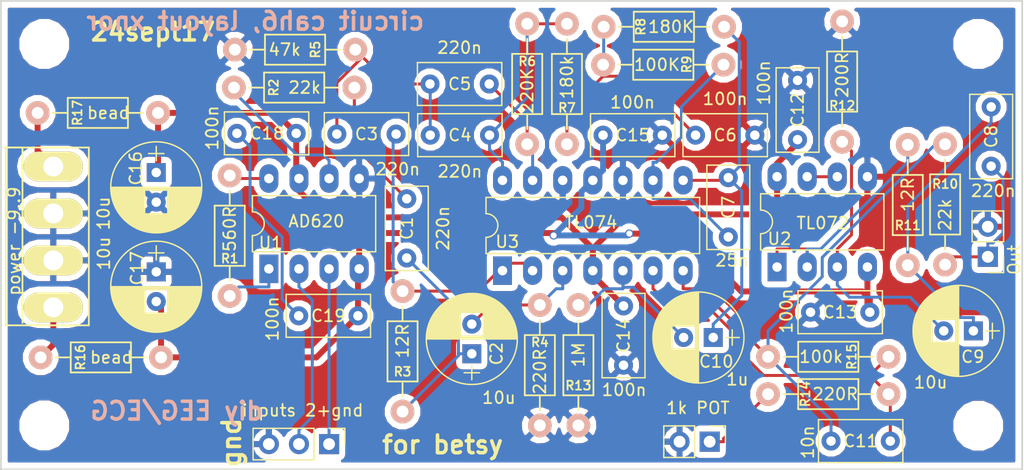
<source format=kicad_pcb>
(kicad_pcb (version 4) (host pcbnew 4.0.5-e0-6337~49~ubuntu16.04.1)
  (layers (0 F.Cu signal) (31 B.Cu signal) (34 B.Paste user) (35 F.Paste user) (36 B.SilkS user) (37 F.SilkS user) (38 B.Mask user) (39 F.Mask user) (44 Edge.Cuts user))
  (net 0 "")
  (net 1 "Net-(C1-Pad1)")
  (net 2 "Net-(C1-Pad2)")
  (net 3 "Net-(C2-Pad2)")
  (net 4 "Net-(C3-Pad1)")
  (net 5 "Net-(C3-Pad2)")
  (net 6 "Net-(C4-Pad2)")
  (net 7 "Net-(C5-Pad1)")
  (net 8 GND)
  (net 9 "Net-(C6-Pad2)")
  (net 10 "Net-(C7-Pad1)")
  (net 11 "Net-(C10-Pad1)")
  (net 12 "Net-(C8-Pad1)")
  (net 13 "Net-(C8-Pad2)")
  (net 14 "Net-(C9-Pad2)")
  (net 15 "Net-(C10-Pad2)")
  (net 16 "Net-(C11-Pad1)")
  (net 17 "Net-(C11-Pad2)")
  (net 18 VCC)
  (net 19 VEE)
  (net 20 "Net-(P1-Pad1)")
  (net 21 "Net-(P1-Pad2)")
  (net 22 "Net-(P2-Pad1)")
  (net 23 "Net-(P2-Pad4)")
  (net 24 "Net-(P4-Pad1)")
  (net 25 "Net-(R1-Pad1)")
  (net 26 "Net-(R1-Pad2)")
  (net 27 "Net-(R2-Pad2)")
  (net 28 "Net-(R11-Pad1)")
  (net 29 "Net-(C18-Pad1)")
  (net 30 "Net-(U2-Pad6)")
  (module Capacitors_ThroughHole:C_Rect_L7.0mm_W3.5mm_P5.00mm (layer F.Cu) (at 95.1992 86.2076 90)
    (fp_text reference C1 hide)
    (fp_text value 220n (at 2.5 3.06 90) (layer F.SilkS))
    (fp_text user %R (at 2.5 0 90) (layer F.SilkS))
    (pad 1 thru_hole circle (at 0 0 90) (size 1.6 1.6) (drill 0.8) (layers *.Cu *.Mask) (net 1 "Net-(C1-Pad1)"))
    (pad 2 thru_hole circle (at 5 0 90) (size 1.6 1.6) (drill 0.8) (layers *.Cu *.Mask) (net 2 "Net-(C1-Pad2)"))
  )
  (module Capacitors_ThroughHole:CP_Radial_D7.5mm_P2.50mm (layer F.Cu) (at 100.686 94.2848 90)
    (fp_text reference C2 (at 0 2.0828 90) (layer F.SilkS))
    (fp_text value 10u (at -3.7084 2.286 180) (layer F.SilkS))
    (pad 1 thru_hole rect (at 0 0 90) (size 1.6 1.6) (drill 0.8) (layers *.Cu *.Mask) (net 1 "Net-(C1-Pad1)"))
    (pad 2 thru_hole circle (at 2.5 0 90) (size 1.6 1.6) (drill 0.8) (layers *.Cu *.Mask) (net 3 "Net-(C2-Pad2)"))
  )
  (module Capacitors_ThroughHole:C_Rect_L7.0mm_W3.5mm_P5.00mm (layer F.Cu) (at 89.3014 75.753)
    (fp_text reference C3 hide)
    (fp_text value 220n (at 5.135799 2.9616) (layer F.SilkS))
    (fp_text user %R (at 2.5 0) (layer F.SilkS))
    (pad 1 thru_hole circle (at 0 0) (size 1.6 1.6) (drill 0.8) (layers *.Cu *.Mask) (net 4 "Net-(C3-Pad1)"))
    (pad 2 thru_hole circle (at 5 0) (size 1.6 1.6) (drill 0.8) (layers *.Cu *.Mask) (net 5 "Net-(C3-Pad2)"))
  )
  (module Capacitors_ThroughHole:C_Rect_L7.0mm_W3.5mm_P5.00mm (layer F.Cu) (at 97.1804 75.8444)
    (fp_text reference C4 hide)
    (fp_text value 220n (at 2.5 3.06) (layer F.SilkS))
    (fp_text user %R (at 2.5 0) (layer F.SilkS))
    (pad 1 thru_hole circle (at 0 0) (size 1.6 1.6) (drill 0.8) (layers *.Cu *.Mask) (net 4 "Net-(C3-Pad1)"))
    (pad 2 thru_hole circle (at 5 0) (size 1.6 1.6) (drill 0.8) (layers *.Cu *.Mask) (net 6 "Net-(C4-Pad2)"))
  )
  (module Capacitors_ThroughHole:C_Rect_L7.0mm_W3.5mm_P5.00mm (layer F.Cu) (at 102.159 71.5264 180)
    (fp_text reference C5 hide)
    (fp_text value 220n (at 2.5 3.06 180) (layer F.SilkS))
    (fp_text user %R (at 2.5 0 180) (layer F.SilkS))
    (pad 1 thru_hole circle (at 0 0 180) (size 1.6 1.6) (drill 0.8) (layers *.Cu *.Mask) (net 7 "Net-(C5-Pad1)"))
    (pad 2 thru_hole circle (at 5 0 180) (size 1.6 1.6) (drill 0.8) (layers *.Cu *.Mask) (net 4 "Net-(C3-Pad1)"))
  )
  (module Capacitors_ThroughHole:C_Rect_L7.0mm_W3.5mm_P5.00mm (layer F.Cu) (at 124.562 75.8444 180)
    (fp_text reference C6 hide)
    (fp_text value 100n (at 2.5 3.06 180) (layer F.SilkS))
    (fp_text user %R (at 2.5 0 180) (layer F.SilkS))
    (pad 1 thru_hole circle (at 0 0 180) (size 1.6 1.6) (drill 0.8) (layers *.Cu *.Mask) (net 8 GND))
    (pad 2 thru_hole circle (at 5 0 180) (size 1.6 1.6) (drill 0.8) (layers *.Cu *.Mask) (net 9 "Net-(C6-Pad2)"))
  )
  (module Capacitors_ThroughHole:C_Rect_L7.0mm_W3.5mm_P5.00mm (layer F.Cu) (at 122.326 84.4296 90)
    (fp_text reference C7 hide)
    (fp_text value 25n (at -1.9812 0.3048 180) (layer F.SilkS))
    (fp_text user %R (at 2.5 0 90) (layer F.SilkS))
    (pad 1 thru_hole circle (at 0 0 90) (size 1.6 1.6) (drill 0.8) (layers *.Cu *.Mask) (net 10 "Net-(C7-Pad1)"))
    (pad 2 thru_hole circle (at 5 0 90) (size 1.6 1.6) (drill 0.8) (layers *.Cu *.Mask) (net 11 "Net-(C10-Pad1)"))
  )
  (module Capacitors_ThroughHole:C_Rect_L7.0mm_W3.5mm_P5.00mm (layer F.Cu) (at 144.501 78.4606 90)
    (fp_text reference C8 hide)
    (fp_text value 220n (at -2.0828 0.1778 180) (layer F.SilkS))
    (fp_text user %R (at 2.5 0 90) (layer F.SilkS))
    (pad 1 thru_hole circle (at 0 0 90) (size 1.6 1.6) (drill 0.8) (layers *.Cu *.Mask) (net 12 "Net-(C8-Pad1)"))
    (pad 2 thru_hole circle (at 5 0 90) (size 1.6 1.6) (drill 0.8) (layers *.Cu *.Mask) (net 13 "Net-(C8-Pad2)"))
  )
  (module Capacitors_ThroughHole:CP_Radial_D7.5mm_P2.50mm (layer F.Cu) (at 143.002 92.3544 180)
    (fp_text reference C9 (at 0.0508 -2.1844 180) (layer F.SilkS))
    (fp_text value 10u (at 3.6068 -4.3434 360) (layer F.SilkS))
    (pad 1 thru_hole rect (at 0 0 180) (size 1.6 1.6) (drill 0.8) (layers *.Cu *.Mask) (net 13 "Net-(C8-Pad2)"))
    (pad 2 thru_hole circle (at 2.5 0 180) (size 1.6 1.6) (drill 0.8) (layers *.Cu *.Mask) (net 14 "Net-(C9-Pad2)"))
  )
  (module Capacitors_ThroughHole:CP_Radial_D7.5mm_P2.50mm (layer F.Cu) (at 121.056 92.9132 180)
    (fp_text reference C10 (at -0.254 -2.032 180) (layer F.SilkS))
    (fp_text value 1u (at -2.032 -3.5306 360) (layer F.SilkS))
    (pad 1 thru_hole rect (at 0 0 180) (size 1.6 1.6) (drill 0.8) (layers *.Cu *.Mask) (net 11 "Net-(C10-Pad1)"))
    (pad 2 thru_hole circle (at 2.5 0 180) (size 1.6 1.6) (drill 0.8) (layers *.Cu *.Mask) (net 15 "Net-(C10-Pad2)"))
  )
  (module Capacitors_ThroughHole:C_Rect_L7.0mm_W3.5mm_P5.00mm (layer F.Cu) (at 135.992 101.651 180)
    (fp_text reference C11 hide)
    (fp_text value 10n (at 6.9596 -0.1016 270) (layer F.SilkS))
    (fp_text user %R (at 2.5 0 180) (layer F.SilkS))
    (pad 1 thru_hole circle (at 0 0 180) (size 1.6 1.6) (drill 0.8) (layers *.Cu *.Mask) (net 16 "Net-(C11-Pad1)"))
    (pad 2 thru_hole circle (at 5 0 180) (size 1.6 1.6) (drill 0.8) (layers *.Cu *.Mask) (net 17 "Net-(C11-Pad2)"))
  )
  (module Capacitors_ThroughHole:C_Rect_L7.0mm_W3.5mm_P5.00mm (layer F.Cu) (at 128.168 71.2216 270)
    (fp_text reference C12 hide)
    (fp_text value 100n (at 0.2032 2.8448 270) (layer F.SilkS))
    (fp_text user %R (at 2.5 0 270) (layer F.SilkS))
    (pad 1 thru_hole circle (at 0 0 270) (size 1.6 1.6) (drill 0.8) (layers *.Cu *.Mask) (net 8 GND))
    (pad 2 thru_hole circle (at 5 0 270) (size 1.6 1.6) (drill 0.8) (layers *.Cu *.Mask) (net 18 VCC))
  )
  (module Capacitors_ThroughHole:C_Rect_L7.0mm_W3.5mm_P5.00mm (layer F.Cu) (at 134.264 90.7796 180)
    (fp_text reference C13 hide)
    (fp_text value 100n (at 7.0358 0.1016 270) (layer F.SilkS))
    (fp_text user %R (at 2.5 0 180) (layer F.SilkS))
    (pad 1 thru_hole circle (at 0 0 180) (size 1.6 1.6) (drill 0.8) (layers *.Cu *.Mask) (net 19 VEE))
    (pad 2 thru_hole circle (at 5 0 180) (size 1.6 1.6) (drill 0.8) (layers *.Cu *.Mask) (net 8 GND))
  )
  (module Capacitors_ThroughHole:C_Rect_L7.0mm_W3.5mm_P5.00mm (layer F.Cu) (at 113.487 95.25 90)
    (fp_text reference C14 hide)
    (fp_text value 100n (at -2.0828 0.0508 180) (layer F.SilkS))
    (fp_text user %R (at 2.5 0 90) (layer F.SilkS))
    (pad 1 thru_hole circle (at 0 0 90) (size 1.6 1.6) (drill 0.8) (layers *.Cu *.Mask) (net 8 GND))
    (pad 2 thru_hole circle (at 5 0 90) (size 1.6 1.6) (drill 0.8) (layers *.Cu *.Mask) (net 18 VCC))
  )
  (module Capacitors_ThroughHole:C_Rect_L7.0mm_W3.5mm_P5.00mm (layer F.Cu) (at 111.76 75.8444)
    (fp_text reference C15 hide)
    (fp_text value 100n (at 2.4892 -2.7686) (layer F.SilkS))
    (fp_text user %R (at 2.5 0) (layer F.SilkS))
    (pad 1 thru_hole circle (at 0 0) (size 1.6 1.6) (drill 0.8) (layers *.Cu *.Mask) (net 19 VEE))
    (pad 2 thru_hole circle (at 5 0) (size 1.6 1.6) (drill 0.8) (layers *.Cu *.Mask) (net 8 GND))
  )
  (module Capacitors_ThroughHole:CP_Radial_D7.5mm_P2.50mm (layer F.Cu) (at 74.0664 78.994 270)
    (fp_text reference C16 (at -0.3556 1.7272 270) (layer F.SilkS))
    (fp_text value 10u (at 3.4544 4.445 450) (layer F.SilkS))
    (pad 1 thru_hole rect (at 0 0 270) (size 1.6 1.6) (drill 0.8) (layers *.Cu *.Mask) (net 18 VCC))
    (pad 2 thru_hole circle (at 2.5 0 270) (size 1.6 1.6) (drill 0.8) (layers *.Cu *.Mask) (net 8 GND))
  )
  (module Capacitors_ThroughHole:CP_Radial_D7.5mm_P2.50mm (layer F.Cu) (at 74.0664 87.376 270)
    (fp_text reference C17 (at -0.3048 1.6256 270) (layer F.SilkS))
    (fp_text value 10u (at -1.5494 4.4196 450) (layer F.SilkS))
    (pad 1 thru_hole rect (at 0 0 270) (size 1.6 1.6) (drill 0.8) (layers *.Cu *.Mask) (net 8 GND))
    (pad 2 thru_hole circle (at 2.5 0 270) (size 1.6 1.6) (drill 0.8) (layers *.Cu *.Mask) (net 19 VEE))
  )
  (module mta-156:MTA-156-4 (layer F.Cu) (at 65.3796 78.486)
    (fp_text reference P2 hide)
    (fp_text value "power -9..9" (at -3.302 6.2992 90) (layer F.SilkS))
    (pad 1 thru_hole oval (at 0 0) (size 5 2.5) (drill 1.68) (layers *.Cu *.Mask F.SilkS) (net 22 "Net-(P2-Pad1)"))
    (pad 2 thru_hole oval (at 0 3.96) (size 5 2.5) (drill 1.68) (layers *.Cu *.Mask F.SilkS) (net 8 GND))
    (pad 3 thru_hole oval (at 0 7.92) (size 5 2.5) (drill 1.68) (layers *.Cu *.Mask F.SilkS) (net 8 GND))
    (pad 4 thru_hole oval (at 0 11.88) (size 5 2.5) (drill 1.68) (layers *.Cu *.Mask F.SilkS) (net 23 "Net-(P2-Pad4)"))
  )
  (module xnorman:Resistor_Horizontal_RM10mm-xnorman (layer F.Cu) (at 80.264 79.248 270)
    (fp_text reference R1 (at 7.0104 0 360) (layer F.SilkS) (effects (font (size 0.75 0.75))))
    (fp_text value 560R (at 4.4958 0 270) (layer F.SilkS))
    (pad 1 thru_hole circle (at 0 0 270) (size 1.99898 1.99898) (drill 1.00076) (layers *.Cu *.SilkS *.Mask) (net 25 "Net-(R1-Pad1)"))
    (pad 2 thru_hole circle (at 10.16 0 270) (size 1.99898 1.99898) (drill 1.00076) (layers *.Cu *.SilkS *.Mask) (net 26 "Net-(R1-Pad2)"))
  )
  (module xnorman:Resistor_Horizontal_RM10mm-xnorman (layer F.Cu) (at 90.7796 71.8312 180)
    (fp_text reference R2 (at 6.8 0 270) (layer F.SilkS) (effects (font (size 0.75 0.75))))
    (fp_text value 22k (at 4.2 0 180) (layer F.SilkS))
    (pad 1 thru_hole circle (at 0 0 180) (size 1.99898 1.99898) (drill 1.00076) (layers *.Cu *.SilkS *.Mask) (net 2 "Net-(C1-Pad2)"))
    (pad 2 thru_hole circle (at 10.16 0 180) (size 1.99898 1.99898) (drill 1.00076) (layers *.Cu *.SilkS *.Mask) (net 27 "Net-(R2-Pad2)"))
  )
  (module xnorman:Resistor_Horizontal_RM10mm-xnorman (layer F.Cu) (at 94.8436 89.0016 270)
    (fp_text reference R3 (at 6.8 0 360) (layer F.SilkS) (effects (font (size 0.75 0.75))))
    (fp_text value 12R (at 4.2 0 270) (layer F.SilkS))
    (pad 1 thru_hole circle (at 0 0 270) (size 1.99898 1.99898) (drill 1.00076) (layers *.Cu *.SilkS *.Mask) (net 5 "Net-(C3-Pad2)"))
    (pad 2 thru_hole circle (at 10.16 0 270) (size 1.99898 1.99898) (drill 1.00076) (layers *.Cu *.SilkS *.Mask) (net 1 "Net-(C1-Pad1)"))
  )
  (module xnorman:Resistor_Horizontal_RM10mm-xnorman (layer F.Cu) (at 106.426 100.33 90)
    (fp_text reference R4 (at 7.0104 0 180) (layer F.SilkS) (effects (font (size 0.75 0.75))))
    (fp_text value 220R (at 4.5466 0 90) (layer F.SilkS))
    (pad 1 thru_hole circle (at 0 0 90) (size 1.99898 1.99898) (drill 1.00076) (layers *.Cu *.SilkS *.Mask) (net 8 GND))
    (pad 2 thru_hole circle (at 10.16 0 90) (size 1.99898 1.99898) (drill 1.00076) (layers *.Cu *.SilkS *.Mask) (net 3 "Net-(C2-Pad2)"))
  )
  (module xnorman:Resistor_Horizontal_RM10mm-xnorman (layer F.Cu) (at 80.6958 68.6308)
    (fp_text reference R5 (at 6.8 0 90) (layer F.SilkS) (effects (font (size 0.75 0.75))))
    (fp_text value 47k (at 4.2 0) (layer F.SilkS))
    (pad 1 thru_hole circle (at 0 0) (size 1.99898 1.99898) (drill 1.00076) (layers *.Cu *.SilkS *.Mask) (net 8 GND))
    (pad 2 thru_hole circle (at 10.16 0) (size 1.99898 1.99898) (drill 1.00076) (layers *.Cu *.SilkS *.Mask) (net 4 "Net-(C3-Pad1)"))
  )
  (module xnorman:Resistor_Horizontal_RM10mm-xnorman (layer F.Cu) (at 105.359 76.6064 90)
    (fp_text reference R6 (at 6.985 0 180) (layer F.SilkS) (effects (font (size 0.75 0.75))))
    (fp_text value 220K (at 4.4958 0 90) (layer F.SilkS))
    (pad 1 thru_hole circle (at 0 0 90) (size 1.99898 1.99898) (drill 1.00076) (layers *.Cu *.SilkS *.Mask) (net 7 "Net-(C5-Pad1)"))
    (pad 2 thru_hole circle (at 10.16 0 90) (size 1.99898 1.99898) (drill 1.00076) (layers *.Cu *.SilkS *.Mask) (net 6 "Net-(C4-Pad2)"))
  )
  (module xnorman:Resistor_Horizontal_RM10mm-xnorman (layer F.Cu) (at 108.712 66.4464 270)
    (fp_text reference R7 (at 7.0866 0 360) (layer F.SilkS) (effects (font (size 0.75 0.75))))
    (fp_text value 180k (at 4.5212 0 270) (layer F.SilkS))
    (pad 1 thru_hole circle (at 0 0 270) (size 1.99898 1.99898) (drill 1.00076) (layers *.Cu *.SilkS *.Mask) (net 6 "Net-(C4-Pad2)"))
    (pad 2 thru_hole circle (at 10.16 0 270) (size 1.99898 1.99898) (drill 1.00076) (layers *.Cu *.SilkS *.Mask) (net 9 "Net-(C6-Pad2)"))
  )
  (module xnorman:Resistor_Horizontal_RM10mm-xnorman (layer F.Cu) (at 121.971 66.7004 180)
    (fp_text reference R8 (at 7.0358 0 270) (layer F.SilkS) (effects (font (size 0.75 0.75))))
    (fp_text value 180K (at 4.4704 0 180) (layer F.SilkS))
    (pad 1 thru_hole circle (at 0 0 180) (size 1.99898 1.99898) (drill 1.00076) (layers *.Cu *.SilkS *.Mask) (net 11 "Net-(C10-Pad1)"))
    (pad 2 thru_hole circle (at 10.16 0 180) (size 1.99898 1.99898) (drill 1.00076) (layers *.Cu *.SilkS *.Mask) (net 9 "Net-(C6-Pad2)"))
  )
  (module xnorman:Resistor_Horizontal_RM10mm-xnorman (layer F.Cu) (at 111.76 69.9008)
    (fp_text reference R9 (at 7.0612 -0.0254 90) (layer F.SilkS) (effects (font (size 0.75 0.75))))
    (fp_text value 100K (at 4.5466 0) (layer F.SilkS))
    (pad 1 thru_hole circle (at 0 0) (size 1.99898 1.99898) (drill 1.00076) (layers *.Cu *.SilkS *.Mask) (net 9 "Net-(C6-Pad2)"))
    (pad 2 thru_hole circle (at 10.16 0) (size 1.99898 1.99898) (drill 1.00076) (layers *.Cu *.SilkS *.Mask) (net 10 "Net-(C7-Pad1)"))
  )
  (module xnorman:Resistor_Horizontal_RM10mm-xnorman (layer F.Cu) (at 140.614 86.7664 90)
    (fp_text reference R10 (at 6.8 0 180) (layer F.SilkS) (effects (font (size 0.75 0.75))))
    (fp_text value 22k (at 4.2 0 90) (layer F.SilkS))
    (pad 1 thru_hole circle (at 0 0 90) (size 1.99898 1.99898) (drill 1.00076) (layers *.Cu *.SilkS *.Mask) (net 12 "Net-(C8-Pad1)"))
    (pad 2 thru_hole circle (at 10.16 0 90) (size 1.99898 1.99898) (drill 1.00076) (layers *.Cu *.SilkS *.Mask) (net 17 "Net-(C11-Pad2)"))
  )
  (module xnorman:Resistor_Horizontal_RM10mm-xnorman (layer F.Cu) (at 137.465 76.6572 270)
    (fp_text reference R11 (at 6.8 0 360) (layer F.SilkS) (effects (font (size 0.75 0.75))))
    (fp_text value 12R (at 4.2 0 270) (layer F.SilkS))
    (pad 1 thru_hole circle (at 0 0 270) (size 1.99898 1.99898) (drill 1.00076) (layers *.Cu *.SilkS *.Mask) (net 28 "Net-(R11-Pad1)"))
    (pad 2 thru_hole circle (at 10.16 0 270) (size 1.99898 1.99898) (drill 1.00076) (layers *.Cu *.SilkS *.Mask) (net 13 "Net-(C8-Pad2)"))
  )
  (module xnorman:Resistor_Horizontal_RM10mm-xnorman (layer F.Cu) (at 131.928 66.2432 270)
    (fp_text reference R12 (at 7.112 0 360) (layer F.SilkS) (effects (font (size 0.75 0.75))))
    (fp_text value 200R (at 4.5212 0 270) (layer F.SilkS))
    (pad 1 thru_hole circle (at 0 0 270) (size 1.99898 1.99898) (drill 1.00076) (layers *.Cu *.SilkS *.Mask) (net 8 GND))
    (pad 2 thru_hole circle (at 10.16 0 270) (size 1.99898 1.99898) (drill 1.00076) (layers *.Cu *.SilkS *.Mask) (net 14 "Net-(C9-Pad2)"))
  )
  (module xnorman:Resistor_Horizontal_RM10mm-xnorman (layer F.Cu) (at 109.677 90.17 270)
    (fp_text reference R13 (at 6.8 0 360) (layer F.SilkS) (effects (font (size 0.75 0.75))))
    (fp_text value 1M (at 4.2 0 270) (layer F.SilkS))
    (pad 1 thru_hole circle (at 0 0 270) (size 1.99898 1.99898) (drill 1.00076) (layers *.Cu *.SilkS *.Mask) (net 15 "Net-(C10-Pad2)"))
    (pad 2 thru_hole circle (at 10.16 0 270) (size 1.99898 1.99898) (drill 1.00076) (layers *.Cu *.SilkS *.Mask) (net 8 GND))
  )
  (module xnorman:Resistor_Horizontal_RM10mm-xnorman (layer F.Cu) (at 135.839 97.6884 180)
    (fp_text reference R14 (at 7.0104 0 270) (layer F.SilkS) (effects (font (size 0.75 0.75))))
    (fp_text value 220R (at 4.4958 0 180) (layer F.SilkS))
    (pad 1 thru_hole circle (at 0 0 180) (size 1.99898 1.99898) (drill 1.00076) (layers *.Cu *.SilkS *.Mask) (net 16 "Net-(C11-Pad1)"))
    (pad 2 thru_hole circle (at 10.16 0 180) (size 1.99898 1.99898) (drill 1.00076) (layers *.Cu *.SilkS *.Mask) (net 24 "Net-(P4-Pad1)"))
  )
  (module xnorman:Resistor_Horizontal_RM10mm-xnorman (layer F.Cu) (at 125.679 94.5388)
    (fp_text reference R15 (at 7.0612 0 90) (layer F.SilkS) (effects (font (size 0.75 0.75))))
    (fp_text value 100k (at 4.4704 0) (layer F.SilkS))
    (pad 1 thru_hole circle (at 0 0) (size 1.99898 1.99898) (drill 1.00076) (layers *.Cu *.SilkS *.Mask) (net 17 "Net-(C11-Pad2)"))
    (pad 2 thru_hole circle (at 10.16 0) (size 1.99898 1.99898) (drill 1.00076) (layers *.Cu *.SilkS *.Mask) (net 16 "Net-(C11-Pad1)"))
  )
  (module xnorman:Resistor_Horizontal_RM10mm-xnorman (layer F.Cu) (at 74.4728 94.5896 180)
    (fp_text reference R16 (at 6.8 0 270) (layer F.SilkS) (effects (font (size 0.75 0.75))))
    (fp_text value bead (at 4.2 0 180) (layer F.SilkS))
    (pad 1 thru_hole circle (at 0 0 180) (size 1.99898 1.99898) (drill 1.00076) (layers *.Cu *.SilkS *.Mask) (net 19 VEE))
    (pad 2 thru_hole circle (at 10.16 0 180) (size 1.99898 1.99898) (drill 1.00076) (layers *.Cu *.SilkS *.Mask) (net 23 "Net-(P2-Pad4)"))
  )
  (module xnorman:Resistor_Horizontal_RM10mm-xnorman (layer F.Cu) (at 74.2188 73.9648 180)
    (fp_text reference R17 (at 6.8 0 270) (layer F.SilkS) (effects (font (size 0.75 0.75))))
    (fp_text value bead (at 4.2 0 180) (layer F.SilkS))
    (pad 1 thru_hole circle (at 0 0 180) (size 1.99898 1.99898) (drill 1.00076) (layers *.Cu *.SilkS *.Mask) (net 18 VCC))
    (pad 2 thru_hole circle (at 10.16 0 180) (size 1.99898 1.99898) (drill 1.00076) (layers *.Cu *.SilkS *.Mask) (net 22 "Net-(P2-Pad1)"))
  )
  (module Housings_DIP:DIP-8_W7.62mm_LongPads (layer F.Cu) (at 83.566 87.122 90)
    (fp_text reference U1 hide)
    (fp_text value AD620 (at 4.0132 4.0132 180) (layer F.SilkS))
    (fp_text user %R (at 2.1844 0.1524 180) (layer F.SilkS))
    (pad 1 thru_hole rect (at 0 0 90) (size 2.4 1.6) (drill 0.8) (layers *.Cu *.Mask) (net 26 "Net-(R1-Pad2)"))
    (pad 5 thru_hole oval (at 7.62 7.62 90) (size 2.4 1.6) (drill 0.8) (layers *.Cu *.Mask) (net 8 GND))
    (pad 2 thru_hole oval (at 0 2.54 90) (size 2.4 1.6) (drill 0.8) (layers *.Cu *.Mask) (net 21 "Net-(P1-Pad2)"))
    (pad 6 thru_hole oval (at 7.62 5.08 90) (size 2.4 1.6) (drill 0.8) (layers *.Cu *.Mask) (net 27 "Net-(R2-Pad2)"))
    (pad 3 thru_hole oval (at 0 5.08 90) (size 2.4 1.6) (drill 0.8) (layers *.Cu *.Mask) (net 20 "Net-(P1-Pad1)"))
    (pad 7 thru_hole oval (at 7.62 2.54 90) (size 2.4 1.6) (drill 0.8) (layers *.Cu *.Mask) (net 18 VCC))
    (pad 4 thru_hole oval (at 0 7.62 90) (size 2.4 1.6) (drill 0.8) (layers *.Cu *.Mask) (net 19 VEE))
    (pad 8 thru_hole oval (at 7.62 0 90) (size 2.4 1.6) (drill 0.8) (layers *.Cu *.Mask) (net 25 "Net-(R1-Pad1)"))
  )
  (module Housings_DIP:DIP-8_W7.62mm_LongPads (layer F.Cu) (at 126.441 86.9696 90)
    (fp_text reference U2 (at 2.3876 0.2032 180) (layer F.SilkS))
    (fp_text value TL072 (at 3.7084 3.8608 180) (layer F.SilkS))
    (pad 1 thru_hole rect (at 0 0 90) (size 2.4 1.6) (drill 0.8) (layers *.Cu *.Mask) (net 28 "Net-(R11-Pad1)"))
    (pad 5 thru_hole oval (at 7.62 7.62 90) (size 2.4 1.6) (drill 0.8) (layers *.Cu *.Mask) (net 8 GND))
    (pad 2 thru_hole oval (at 0 2.54 90) (size 2.4 1.6) (drill 0.8) (layers *.Cu *.Mask) (net 28 "Net-(R11-Pad1)"))
    (pad 6 thru_hole oval (at 7.62 5.08 90) (size 2.4 1.6) (drill 0.8) (layers *.Cu *.Mask) (net 30 "Net-(U2-Pad6)"))
    (pad 3 thru_hole oval (at 0 5.08 90) (size 2.4 1.6) (drill 0.8) (layers *.Cu *.Mask) (net 14 "Net-(C9-Pad2)"))
    (pad 7 thru_hole oval (at 7.62 2.54 90) (size 2.4 1.6) (drill 0.8) (layers *.Cu *.Mask) (net 30 "Net-(U2-Pad6)"))
    (pad 4 thru_hole oval (at 0 7.62 90) (size 2.4 1.6) (drill 0.8) (layers *.Cu *.Mask) (net 19 VEE))
    (pad 8 thru_hole oval (at 7.62 0 90) (size 2.4 1.6) (drill 0.8) (layers *.Cu *.Mask) (net 18 VCC))
  )
  (module Housings_DIP:DIP-14_W7.62mm_LongPads (layer F.Cu) (at 103.276 87.2744 90)
    (fp_text reference U3 (at 2.4384 0.4064 180) (layer F.SilkS))
    (fp_text value TL074 (at 4.064 7.4676 180) (layer F.SilkS))
    (pad 1 thru_hole rect (at 0 0 90) (size 2.4 1.6) (drill 0.8) (layers *.Cu *.Mask) (net 5 "Net-(C3-Pad2)"))
    (pad 8 thru_hole oval (at 7.62 15.24 90) (size 2.4 1.6) (drill 0.8) (layers *.Cu *.Mask) (net 11 "Net-(C10-Pad1)"))
    (pad 2 thru_hole oval (at 0 2.54 90) (size 2.4 1.6) (drill 0.8) (layers *.Cu *.Mask) (net 5 "Net-(C3-Pad2)"))
    (pad 9 thru_hole oval (at 7.62 12.7 90) (size 2.4 1.6) (drill 0.8) (layers *.Cu *.Mask) (net 10 "Net-(C7-Pad1)"))
    (pad 3 thru_hole oval (at 0 5.08 90) (size 2.4 1.6) (drill 0.8) (layers *.Cu *.Mask) (net 3 "Net-(C2-Pad2)"))
    (pad 10 thru_hole oval (at 7.62 10.16 90) (size 2.4 1.6) (drill 0.8) (layers *.Cu *.Mask) (net 8 GND))
    (pad 4 thru_hole oval (at 0 7.62 90) (size 2.4 1.6) (drill 0.8) (layers *.Cu *.Mask) (net 18 VCC))
    (pad 11 thru_hole oval (at 7.62 7.62 90) (size 2.4 1.6) (drill 0.8) (layers *.Cu *.Mask) (net 19 VEE))
    (pad 5 thru_hole oval (at 0 10.16 90) (size 2.4 1.6) (drill 0.8) (layers *.Cu *.Mask) (net 15 "Net-(C10-Pad2)"))
    (pad 12 thru_hole oval (at 7.62 5.08 90) (size 2.4 1.6) (drill 0.8) (layers *.Cu *.Mask) (net 8 GND))
    (pad 6 thru_hole oval (at 0 12.7 90) (size 2.4 1.6) (drill 0.8) (layers *.Cu *.Mask) (net 16 "Net-(C11-Pad1)"))
    (pad 13 thru_hole oval (at 7.62 2.54 90) (size 2.4 1.6) (drill 0.8) (layers *.Cu *.Mask) (net 7 "Net-(C5-Pad1)"))
    (pad 7 thru_hole oval (at 0 15.24 90) (size 2.4 1.6) (drill 0.8) (layers *.Cu *.Mask) (net 17 "Net-(C11-Pad2)"))
    (pad 14 thru_hole oval (at 7.62 0 90) (size 2.4 1.6) (drill 0.8) (layers *.Cu *.Mask) (net 6 "Net-(C4-Pad2)"))
  )
  (module Pin_Headers:Pin_Header_Straight_1x03_Pitch2.54mm (layer F.Cu) (at 88.646 101.905 270)
    (fp_text reference P1 hide)
    (fp_text value "inputs 2+gnd" (at -2.8448 2.2352 360) (layer F.SilkS))
    (pad 1 thru_hole rect (at 0 0 270) (size 1.7 1.7) (drill 1) (layers *.Cu *.Mask) (net 20 "Net-(P1-Pad1)"))
    (pad 2 thru_hole oval (at 0 2.54 270) (size 1.7 1.7) (drill 1) (layers *.Cu *.Mask) (net 21 "Net-(P1-Pad2)"))
    (pad 3 thru_hole oval (at 0 5.08 270) (size 1.7 1.7) (drill 1) (layers *.Cu *.Mask) (net 8 GND))
  )
  (module Pin_Headers:Pin_Header_Straight_1x02_Pitch2.54mm (layer F.Cu) (at 144.221 86.106 180)
    (fp_text reference P3 hide)
    (fp_text value Out (at -2.2098 -0.254 270) (layer F.SilkS))
    (pad 1 thru_hole rect (at 0 0 180) (size 1.7 1.7) (drill 1) (layers *.Cu *.Mask) (net 12 "Net-(C8-Pad1)"))
    (pad 2 thru_hole oval (at 0 2.54 180) (size 1.7 1.7) (drill 1) (layers *.Cu *.Mask) (net 8 GND))
  )
  (module Pin_Headers:Pin_Header_Straight_1x02_Pitch2.54mm (layer F.Cu) (at 120.752 101.702 270)
    (fp_text reference P4 hide)
    (fp_text value "1k POT" (at -2.8448 0.9906 360) (layer F.SilkS))
    (pad 1 thru_hole rect (at 0 0 270) (size 1.7 1.7) (drill 1) (layers *.Cu *.Mask) (net 24 "Net-(P4-Pad1)"))
    (pad 2 thru_hole oval (at 0 2.54 270) (size 1.7 1.7) (drill 1) (layers *.Cu *.Mask) (net 8 GND))
  )
  (module Capacitors_ThroughHole:C_Rect_L7.0mm_W3.5mm_P5.00mm (layer F.Cu) (at 80.8736 75.692)
    (fp_text reference C18 (at 2.54 0) (layer F.SilkS))
    (fp_text value 100n (at -2.0828 -0.4572 90) (layer F.SilkS))
    (pad 1 thru_hole circle (at 0 0) (size 1.6 1.6) (drill 0.8) (layers *.Cu *.Mask) (net 29 "Net-(C18-Pad1)"))
    (pad 2 thru_hole circle (at 5 0) (size 1.6 1.6) (drill 0.8) (layers *.Cu *.Mask) (net 18 VCC))
  )
  (module Capacitors_ThroughHole:C_Rect_L7.0mm_W3.5mm_P5.00mm (layer F.Cu) (at 91.0844 91.0844 180)
    (fp_text reference C19 hide)
    (fp_text value 100n (at 7.2136 -0.254 270) (layer F.SilkS))
    (fp_text user %R (at 2.5 0 180) (layer F.SilkS))
    (pad 1 thru_hole circle (at 0 0 180) (size 1.6 1.6) (drill 0.8) (layers *.Cu *.Mask) (net 19 VEE))
    (pad 2 thru_hole circle (at 5 0 180) (size 1.6 1.6) (drill 0.8) (layers *.Cu *.Mask) (net 29 "Net-(C18-Pad1)"))
  )
  (module Mounting_Holes:MountingHole_3.2mm_M3 (layer F.Cu) (at 64.6176 68.1482)
    (fp_text reference REF1 hide)
    (fp_text value MountingHole_3.2mm_M3 hide)
    (pad 1 np_thru_hole circle (at 0 0) (size 3.2 3.2) (drill 3.2) (layers *.Cu *.Mask))
  )
  (module Mounting_Holes:MountingHole_3.2mm_M3 (layer F.Cu) (at 64.6176 100.33)
    (fp_text reference REF4 hide)
    (fp_text value MountingHole_3.2mm_M3 hide)
    (pad 1 np_thru_hole circle (at 0 0) (size 3.2 3.2) (drill 3.2) (layers *.Cu *.Mask))
  )
  (module Mounting_Holes:MountingHole_3.2mm_M3 (layer F.Cu) (at 143.408 100.355)
    (fp_text reference REF3 hide)
    (fp_text value MountingHole_3.2mm_M3 hide)
    (pad 1 np_thru_hole circle (at 0 0) (size 3.2 3.2) (drill 3.2) (layers *.Cu *.Mask))
  )
  (module Mounting_Holes:MountingHole_3.2mm_M3 (layer F.Cu) (at 143.408 68.1482)
    (fp_text reference REF2 hide)
    (fp_text value MountingHole_3.2mm_M3 hide)
    (pad 1 np_thru_hole circle (at 0 0) (size 3.2 3.2) (drill 3.2) (layers *.Cu *.Mask))
  )
  (gr_text "circuit cah6, layout xnor" (at 82.423 66.2178) (layer B.SilkS) (effects (font (size 1.5 1.5) (thickness 0.3)) (justify mirror)))
  (gr_text "diy EEG/ECG" (at 75.7936 99.1108) (layer B.SilkS) (effects (font (size 1.5 1.5) (thickness 0.3)) (justify mirror)))
  (gr_text "for betsy" (at 98.2218 101.9556) (layer F.SilkS) (effects (font (size 1.5 1.5) (thickness 0.3))))
  (gr_text 24sept17 (at 73.787 67.1322) (layer F.SilkS) (effects (font (size 1.5 1.5) (thickness 0.3))))
  (gr_text gnd (at 80.4164 101.7778 90) (layer F.SilkS) (effects (font (size 1.5 1.5) (thickness 0.3))))
  (gr_line (start 60.96 104.0384) (end 60.96 64.516) (angle 90) (layer Edge.Cuts) (width 0.15))
  (gr_line (start 147.1168 104.0384) (end 60.96 104.0384) (angle 90) (layer Edge.Cuts) (width 0.15))
  (gr_line (start 147.1168 64.516) (end 147.1168 104.0384) (angle 90) (layer Edge.Cuts) (width 0.15))
  (gr_line (start 60.96 64.516) (end 147.1168 64.516) (angle 90) (layer Edge.Cuts) (width 0.15))
  (segment (start 100.686 94.2848) (end 99.6733 94.2848) (width 0.25) (layer B.Cu) (net 1))
  (segment (start 99.5606 94.4446) (end 99.5606 94.2848) (width 0.25) (layer B.Cu) (net 1))
  (segment (start 94.8436 99.1616) (end 99.5606 94.4446) (width 0.25) (layer B.Cu) (net 1))
  (segment (start 99.6733 94.2848) (end 99.5606 94.2848) (width 0.25) (layer B.Cu) (net 1))
  (segment (start 99.5606 90.569) (end 95.1992 86.2076) (width 0.25) (layer B.Cu) (net 1))
  (segment (start 99.5606 94.2848) (end 99.5606 90.569) (width 0.25) (layer B.Cu) (net 1))
  (segment (start 90.7796 76.788) (end 95.1992 81.2076) (width 0.25) (layer F.Cu) (net 2))
  (segment (start 90.7796 71.8312) (end 90.7796 76.788) (width 0.25) (layer F.Cu) (net 2))
  (segment (start 107.7963 88.7997) (end 106.426 90.17) (width 0.25) (layer B.Cu) (net 3))
  (segment (start 108.356 88.7997) (end 107.7963 88.7997) (width 0.25) (layer B.Cu) (net 3))
  (segment (start 108.356 87.2744) (end 108.356 88.7997) (width 0.25) (layer B.Cu) (net 3))
  (segment (start 102.3008 90.17) (end 100.686 91.7848) (width 0.25) (layer F.Cu) (net 3))
  (segment (start 106.426 90.17) (end 102.3008 90.17) (width 0.25) (layer F.Cu) (net 3))
  (segment (start 97.1804 71.5478) (end 97.159 71.5264) (width 0.25) (layer B.Cu) (net 4))
  (segment (start 97.1804 75.8444) (end 97.1804 71.5478) (width 0.25) (layer B.Cu) (net 4))
  (segment (start 89.3014 71.4182) (end 89.3014 75.753) (width 0.25) (layer F.Cu) (net 4))
  (segment (start 91.4723 69.2473) (end 89.3014 71.4182) (width 0.25) (layer F.Cu) (net 4))
  (segment (start 90.8558 68.6308) (end 91.4723 69.2473) (width 0.25) (layer F.Cu) (net 4))
  (segment (start 93.7514 71.5264) (end 97.159 71.5264) (width 0.25) (layer F.Cu) (net 4))
  (segment (start 91.4723 69.2473) (end 93.7514 71.5264) (width 0.25) (layer F.Cu) (net 4))
  (segment (start 94.05 76.0044) (end 94.3014 75.753) (width 0.25) (layer B.Cu) (net 5))
  (segment (start 94.05 88.208) (end 94.05 76.0044) (width 0.25) (layer B.Cu) (net 5))
  (segment (start 94.8436 89.0016) (end 94.05 88.208) (width 0.25) (layer B.Cu) (net 5))
  (segment (start 105.1878 86.6461) (end 103.276 86.6461) (width 0.25) (layer F.Cu) (net 5))
  (segment (start 105.1878 86.6462) (end 105.1878 86.6461) (width 0.25) (layer F.Cu) (net 5))
  (segment (start 105.816 87.2744) (end 105.1878 86.6462) (width 0.25) (layer F.Cu) (net 5))
  (segment (start 103.276 87.2744) (end 103.276 86.9602) (width 0.25) (layer F.Cu) (net 5))
  (segment (start 103.276 86.9602) (end 103.276 86.6461) (width 0.25) (layer F.Cu) (net 5))
  (segment (start 101.2346 89.0016) (end 94.8436 89.0016) (width 0.25) (layer F.Cu) (net 5))
  (segment (start 103.276 86.9602) (end 101.2346 89.0016) (width 0.25) (layer F.Cu) (net 5))
  (segment (start 108.712 66.4464) (end 105.359 66.4464) (width 0.25) (layer F.Cu) (net 6))
  (segment (start 105.359 72.6658) (end 102.1804 75.8444) (width 0.25) (layer B.Cu) (net 6))
  (segment (start 105.359 66.4464) (end 105.359 72.6658) (width 0.25) (layer B.Cu) (net 6))
  (segment (start 102.1804 77.0335) (end 102.1804 75.8444) (width 0.25) (layer B.Cu) (net 6))
  (segment (start 103.276 78.1291) (end 102.1804 77.0335) (width 0.25) (layer B.Cu) (net 6))
  (segment (start 103.276 79.6544) (end 103.276 78.1291) (width 0.25) (layer B.Cu) (net 6))
  (segment (start 105.359 74.7264) (end 102.159 71.5264) (width 0.25) (layer F.Cu) (net 7))
  (segment (start 105.359 76.6064) (end 105.359 74.7264) (width 0.25) (layer F.Cu) (net 7))
  (segment (start 105.816 77.0634) (end 105.359 76.6064) (width 0.25) (layer B.Cu) (net 7))
  (segment (start 105.816 79.6544) (end 105.816 77.0634) (width 0.25) (layer B.Cu) (net 7))
  (segment (start 111.811 69.8498) (end 111.76 69.9008) (width 0.25) (layer B.Cu) (net 9))
  (segment (start 111.811 66.7004) (end 111.811 69.8498) (width 0.25) (layer B.Cu) (net 9))
  (segment (start 111.76 70.8732) (end 111.76 69.9008) (width 0.25) (layer F.Cu) (net 9))
  (segment (start 108.712 73.9212) (end 111.76 70.8732) (width 0.25) (layer F.Cu) (net 9))
  (segment (start 108.712 76.6064) (end 108.712 73.9212) (width 0.25) (layer F.Cu) (net 9))
  (segment (start 114.5908 70.8732) (end 119.562 75.8444) (width 0.25) (layer F.Cu) (net 9))
  (segment (start 111.76 70.8732) (end 114.5908 70.8732) (width 0.25) (layer F.Cu) (net 9))
  (segment (start 119.0761 81.1797) (end 122.326 84.4296) (width 0.25) (layer B.Cu) (net 10))
  (segment (start 115.976 81.1797) (end 119.0761 81.1797) (width 0.25) (layer B.Cu) (net 10))
  (segment (start 115.976 79.6544) (end 115.976 81.1797) (width 0.25) (layer B.Cu) (net 10))
  (segment (start 116.262 78.1291) (end 115.976 78.1291) (width 0.25) (layer B.Cu) (net 10))
  (segment (start 118.3704 76.0207) (end 116.262 78.1291) (width 0.25) (layer B.Cu) (net 10))
  (segment (start 118.3704 73.4504) (end 118.3704 76.0207) (width 0.25) (layer B.Cu) (net 10))
  (segment (start 121.92 69.9008) (end 118.3704 73.4504) (width 0.25) (layer B.Cu) (net 10))
  (segment (start 115.976 79.6544) (end 115.976 78.1291) (width 0.25) (layer B.Cu) (net 10))
  (segment (start 122.1012 79.6544) (end 122.326 79.4296) (width 0.25) (layer F.Cu) (net 11))
  (segment (start 118.516 79.6544) (end 122.1012 79.6544) (width 0.25) (layer F.Cu) (net 11))
  (segment (start 123.2525 78.5031) (end 122.326 79.4296) (width 0.25) (layer B.Cu) (net 11))
  (segment (start 123.2525 67.9819) (end 123.2525 78.5031) (width 0.25) (layer B.Cu) (net 11))
  (segment (start 121.971 66.7004) (end 123.2525 67.9819) (width 0.25) (layer B.Cu) (net 11))
  (segment (start 121.056 92.9132) (end 121.056 91.7879) (width 0.25) (layer B.Cu) (net 11))
  (segment (start 123.459 89.3849) (end 121.056 91.7879) (width 0.25) (layer B.Cu) (net 11))
  (segment (start 123.459 80.5626) (end 123.459 89.3849) (width 0.25) (layer B.Cu) (net 11))
  (segment (start 122.326 79.4296) (end 123.459 80.5626) (width 0.25) (layer B.Cu) (net 11))
  (segment (start 145.4989 79.4585) (end 144.501 78.4606) (width 0.25) (layer B.Cu) (net 12))
  (segment (start 145.4989 84.0935) (end 145.4989 79.4585) (width 0.25) (layer B.Cu) (net 12))
  (segment (start 144.6617 84.9307) (end 145.4989 84.0935) (width 0.25) (layer B.Cu) (net 12))
  (segment (start 144.221 84.9307) (end 144.6617 84.9307) (width 0.25) (layer B.Cu) (net 12))
  (segment (start 144.221 86.106) (end 144.221 84.9307) (width 0.25) (layer B.Cu) (net 12))
  (segment (start 141.2744 86.106) (end 140.614 86.7664) (width 0.25) (layer F.Cu) (net 12))
  (segment (start 144.221 86.106) (end 141.2744 86.106) (width 0.25) (layer F.Cu) (net 12))
  (segment (start 143.002 92.3544) (end 143.002 91.2291) (width 0.25) (layer B.Cu) (net 13))
  (segment (start 141.8769 91.2291) (end 137.465 86.8172) (width 0.25) (layer B.Cu) (net 13))
  (segment (start 143.002 91.2291) (end 141.8769 91.2291) (width 0.25) (layer B.Cu) (net 13))
  (segment (start 144.501 74.7731) (end 144.501 73.4606) (width 0.25) (layer B.Cu) (net 13))
  (segment (start 137.465 81.8091) (end 144.501 74.7731) (width 0.25) (layer B.Cu) (net 13))
  (segment (start 137.465 86.8172) (end 137.465 81.8091) (width 0.25) (layer B.Cu) (net 13))
  (segment (start 137.663 89.5154) (end 140.502 92.3544) (width 0.25) (layer B.Cu) (net 14))
  (segment (start 132.5415 89.5154) (end 137.663 89.5154) (width 0.25) (layer B.Cu) (net 14))
  (segment (start 131.521 88.4949) (end 132.5415 89.5154) (width 0.25) (layer B.Cu) (net 14))
  (segment (start 131.521 86.9696) (end 131.521 88.4949) (width 0.25) (layer B.Cu) (net 14))
  (segment (start 132.7202 84.2451) (end 131.521 85.4443) (width 0.25) (layer F.Cu) (net 14))
  (segment (start 132.7202 77.1954) (end 132.7202 84.2451) (width 0.25) (layer F.Cu) (net 14))
  (segment (start 131.928 76.4032) (end 132.7202 77.1954) (width 0.25) (layer F.Cu) (net 14))
  (segment (start 131.521 86.9696) (end 131.521 85.4443) (width 0.25) (layer F.Cu) (net 14))
  (segment (start 110.5404 90.17) (end 109.677 90.17) (width 0.25) (layer B.Cu) (net 15))
  (segment (start 111.9107 88.7997) (end 110.5404 90.17) (width 0.25) (layer B.Cu) (net 15))
  (segment (start 113.436 88.7997) (end 111.9107 88.7997) (width 0.25) (layer B.Cu) (net 15))
  (segment (start 113.436 87.2744) (end 113.436 88.6795) (width 0.25) (layer B.Cu) (net 15))
  (segment (start 113.436 88.6795) (end 113.436 88.7997) (width 0.25) (layer B.Cu) (net 15))
  (segment (start 114.3223 88.6795) (end 118.556 92.9132) (width 0.25) (layer B.Cu) (net 15))
  (segment (start 113.436 88.6795) (end 114.3223 88.6795) (width 0.25) (layer B.Cu) (net 15))
  (segment (start 135.992 97.8414) (end 135.992 101.651) (width 0.25) (layer F.Cu) (net 16))
  (segment (start 135.839 97.6884) (end 135.992 97.8414) (width 0.25) (layer F.Cu) (net 16))
  (segment (start 115.976 87.2744) (end 115.976 88.7997) (width 0.25) (layer F.Cu) (net 16))
  (segment (start 135.839 94.5388) (end 134.2642 96.1136) (width 0.25) (layer F.Cu) (net 16))
  (segment (start 125.3095 96.1136) (end 134.2642 96.1136) (width 0.25) (layer F.Cu) (net 16))
  (segment (start 123.1909 93.995) (end 125.3095 96.1136) (width 0.25) (layer F.Cu) (net 16))
  (segment (start 123.1909 92.9292) (end 123.1909 93.995) (width 0.25) (layer F.Cu) (net 16))
  (segment (start 120.6213 90.3596) (end 123.1909 92.9292) (width 0.25) (layer F.Cu) (net 16))
  (segment (start 117.5359 90.3596) (end 120.6213 90.3596) (width 0.25) (layer F.Cu) (net 16))
  (segment (start 115.976 88.7997) (end 117.5359 90.3596) (width 0.25) (layer F.Cu) (net 16))
  (segment (start 134.2642 96.1136) (end 135.839 97.6884) (width 0.25) (layer F.Cu) (net 16))
  (segment (start 130.992 99.8518) (end 125.679 94.5388) (width 0.25) (layer B.Cu) (net 17))
  (segment (start 130.992 101.651) (end 130.992 99.8518) (width 0.25) (layer B.Cu) (net 17))
  (segment (start 125.679 92.3499) (end 125.679 94.5388) (width 0.25) (layer B.Cu) (net 17))
  (segment (start 130.251 87.7779) (end 125.679 92.3499) (width 0.25) (layer B.Cu) (net 17))
  (segment (start 130.251 86.1556) (end 130.251 87.7779) (width 0.25) (layer B.Cu) (net 17))
  (segment (start 139.8002 76.6064) (end 130.251 86.1556) (width 0.25) (layer B.Cu) (net 17))
  (segment (start 140.614 76.6064) (end 139.8002 76.6064) (width 0.25) (layer B.Cu) (net 17))
  (segment (start 119.9399 88.7997) (end 125.679 94.5388) (width 0.25) (layer F.Cu) (net 17))
  (segment (start 118.516 88.7997) (end 119.9399 88.7997) (width 0.25) (layer F.Cu) (net 17))
  (segment (start 118.516 87.2744) (end 118.516 88.7997) (width 0.25) (layer F.Cu) (net 17))
  (segment (start 85.8736 79.2696) (end 86.106 79.502) (width 0.5) (layer F.Cu) (net 18))
  (segment (start 85.8736 75.692) (end 85.8736 79.2696) (width 0.5) (layer F.Cu) (net 18))
  (segment (start 84.1464 73.9648) (end 85.8736 75.692) (width 0.5) (layer F.Cu) (net 18))
  (segment (start 74.2188 73.9648) (end 84.1464 73.9648) (width 0.5) (layer F.Cu) (net 18))
  (segment (start 74.2188 78.8416) (end 74.0664 78.994) (width 0.5) (layer F.Cu) (net 18))
  (segment (start 74.2188 73.9648) (end 74.2188 78.8416) (width 0.5) (layer F.Cu) (net 18))
  (segment (start 108.255 82.7786) (end 110.896 85.4202) (width 0.5) (layer F.Cu) (net 18))
  (segment (start 88.3412 82.7786) (end 108.255 82.7786) (width 0.5) (layer F.Cu) (net 18))
  (segment (start 86.106 80.5434) (end 88.3412 82.7786) (width 0.5) (layer F.Cu) (net 18))
  (segment (start 86.106 79.502) (end 86.106 80.5434) (width 0.5) (layer F.Cu) (net 18))
  (segment (start 110.896 85.4202) (end 110.896 87.2744) (width 0.5) (layer F.Cu) (net 18))
  (segment (start 110.896 85.4202) (end 110.896 87.2744) (width 0.5) (layer F.Cu) (net 18))
  (segment (start 110.896 87.6592) (end 113.487 90.25) (width 0.5) (layer F.Cu) (net 18))
  (segment (start 110.896 87.2744) (end 110.896 87.6592) (width 0.5) (layer F.Cu) (net 18))
  (segment (start 126.441 78.232) (end 126.441 79.3496) (width 0.5) (layer F.Cu) (net 18))
  (segment (start 128.168 76.5048) (end 126.441 78.232) (width 0.5) (layer F.Cu) (net 18))
  (segment (start 128.168 76.2216) (end 128.168 76.5048) (width 0.5) (layer F.Cu) (net 18))
  (segment (start 113.792 82.5246) (end 110.896 85.4202) (width 0.5) (layer F.Cu) (net 18))
  (segment (start 125.679 82.5246) (end 113.792 82.5246) (width 0.5) (layer F.Cu) (net 18))
  (segment (start 126.441 81.7626) (end 125.679 82.5246) (width 0.5) (layer F.Cu) (net 18))
  (segment (start 126.441 79.3496) (end 126.441 81.7626) (width 0.5) (layer F.Cu) (net 18))
  (via (at 113.97 84.1502) (size 0.7) (drill 0.5) (layers F.Cu B.Cu) (net 19))
  (via (at 107.594 84.3026) (size 0.7) (drill 0.5) (layers F.Cu B.Cu) (net 19))
  (segment (start 134.264 89.662) (end 134.061 89.459) (width 0.5) (layer F.Cu) (net 19))
  (segment (start 134.264 90.7796) (end 134.264 89.662) (width 0.5) (layer F.Cu) (net 19))
  (segment (start 113.817 84.3026) (end 107.594 84.3026) (width 0.5) (layer B.Cu) (net 19))
  (segment (start 113.97 84.1502) (end 113.817 84.3026) (width 0.5) (layer B.Cu) (net 19))
  (segment (start 118.542 84.1502) (end 113.97 84.1502) (width 0.5) (layer F.Cu) (net 19))
  (segment (start 123.419 89.027) (end 118.542 84.1502) (width 0.5) (layer F.Cu) (net 19))
  (segment (start 133.629 89.027) (end 123.419 89.027) (width 0.5) (layer F.Cu) (net 19))
  (segment (start 134.061 89.459) (end 133.629 89.027) (width 0.5) (layer F.Cu) (net 19))
  (segment (start 107.594 84.2518) (end 107.594 84.3026) (width 0.5) (layer F.Cu) (net 19))
  (segment (start 107.747 84.0994) (end 107.594 84.2518) (width 0.5) (layer F.Cu) (net 19))
  (segment (start 91.4908 84.0994) (end 107.747 84.0994) (width 0.5) (layer F.Cu) (net 19))
  (segment (start 91.186 84.4042) (end 91.4908 84.0994) (width 0.5) (layer F.Cu) (net 19))
  (segment (start 91.186 87.122) (end 91.186 84.4042) (width 0.5) (layer F.Cu) (net 19))
  (segment (start 91.0844 87.2236) (end 91.186 87.122) (width 0.5) (layer F.Cu) (net 19))
  (segment (start 91.0844 91.0844) (end 91.0844 87.2236) (width 0.5) (layer F.Cu) (net 19))
  (segment (start 87.5792 94.5896) (end 91.0844 91.0844) (width 0.5) (layer F.Cu) (net 19))
  (segment (start 74.4728 94.5896) (end 87.5792 94.5896) (width 0.5) (layer F.Cu) (net 19))
  (segment (start 74.4728 90.2824) (end 74.0664 89.876) (width 0.5) (layer F.Cu) (net 19))
  (segment (start 74.4728 94.5896) (end 74.4728 90.2824) (width 0.5) (layer F.Cu) (net 19))
  (segment (start 134.061 86.9696) (end 134.061 89.459) (width 0.5) (layer F.Cu) (net 19))
  (segment (start 134.061 90.5764) (end 134.264 90.7796) (width 0.5) (layer F.Cu) (net 19))
  (segment (start 134.061 89.459) (end 134.061 90.5764) (width 0.5) (layer F.Cu) (net 19))
  (segment (start 109.931 80.6196) (end 110.8455 79.7052) (width 0.5) (layer B.Cu) (net 19))
  (segment (start 109.931 81.9658) (end 109.931 80.6196) (width 0.5) (layer B.Cu) (net 19))
  (segment (start 107.594 84.3026) (end 109.931 81.9658) (width 0.5) (layer B.Cu) (net 19))
  (segment (start 111.76 78.7908) (end 111.76 75.8444) (width 0.5) (layer B.Cu) (net 19))
  (segment (start 110.8455 79.7052) (end 111.76 78.7908) (width 0.5) (layer B.Cu) (net 19))
  (segment (start 110.896 79.6547) (end 110.896 79.6544) (width 0.4) (layer B.Cu) (net 19))
  (segment (start 110.8455 79.7052) (end 110.896 79.6547) (width 0.4) (layer B.Cu) (net 19))
  (segment (start 88.646 101.905) (end 88.646 87.122) (width 0.25) (layer B.Cu) (net 20))
  (segment (start 87.2294 89.7707) (end 86.106 88.6473) (width 0.25) (layer B.Cu) (net 21))
  (segment (start 87.2294 99.6063) (end 87.2294 89.7707) (width 0.25) (layer B.Cu) (net 21))
  (segment (start 86.106 100.7297) (end 87.2294 99.6063) (width 0.25) (layer B.Cu) (net 21))
  (segment (start 86.106 101.905) (end 86.106 100.7297) (width 0.25) (layer B.Cu) (net 21))
  (segment (start 86.106 87.122) (end 86.106 88.6473) (width 0.25) (layer B.Cu) (net 21))
  (segment (start 64.0588 77.1652) (end 65.3796 78.486) (width 0.5) (layer F.Cu) (net 22))
  (segment (start 64.0588 73.9648) (end 64.0588 77.1652) (width 0.5) (layer F.Cu) (net 22))
  (segment (start 65.3796 93.5228) (end 64.3128 94.5896) (width 0.5) (layer F.Cu) (net 23))
  (segment (start 65.3796 90.366) (end 65.3796 93.5228) (width 0.5) (layer F.Cu) (net 23))
  (segment (start 121.9273 101.4401) (end 125.679 97.6884) (width 0.25) (layer F.Cu) (net 24))
  (segment (start 121.9273 101.702) (end 121.9273 101.4401) (width 0.25) (layer F.Cu) (net 24))
  (segment (start 120.752 101.702) (end 121.9273 101.702) (width 0.25) (layer F.Cu) (net 24))
  (segment (start 80.518 79.502) (end 80.264 79.248) (width 0.25) (layer F.Cu) (net 25))
  (segment (start 83.566 79.502) (end 80.518 79.502) (width 0.25) (layer F.Cu) (net 25))
  (segment (start 81.0247 88.6473) (end 80.264 89.408) (width 0.25) (layer B.Cu) (net 26))
  (segment (start 83.566 88.6473) (end 81.0247 88.6473) (width 0.25) (layer B.Cu) (net 26))
  (segment (start 83.566 87.122) (end 83.566 88.6473) (width 0.25) (layer B.Cu) (net 26))
  (segment (start 80.6196 72.1945) (end 80.6196 71.8312) (width 0.25) (layer B.Cu) (net 27))
  (segment (start 85.9383 77.5132) (end 80.6196 72.1945) (width 0.25) (layer B.Cu) (net 27))
  (segment (start 88.1825 77.5132) (end 85.9383 77.5132) (width 0.25) (layer B.Cu) (net 27))
  (segment (start 88.646 77.9767) (end 88.1825 77.5132) (width 0.25) (layer B.Cu) (net 27))
  (segment (start 88.646 79.502) (end 88.646 77.9767) (width 0.25) (layer B.Cu) (net 27))
  (segment (start 128.981 85.4443) (end 126.441 85.4443) (width 0.25) (layer F.Cu) (net 28))
  (segment (start 126.441 86.9696) (end 126.441 85.4443) (width 0.25) (layer F.Cu) (net 28))
  (segment (start 128.981 86.9696) (end 128.981 85.4443) (width 0.25) (layer F.Cu) (net 28))
  (segment (start 137.465 78.1043) (end 137.465 76.6572) (width 0.25) (layer B.Cu) (net 28))
  (segment (start 130.125 85.4443) (end 137.465 78.1043) (width 0.25) (layer B.Cu) (net 28))
  (segment (start 128.981 85.4443) (end 130.125 85.4443) (width 0.25) (layer B.Cu) (net 28))
  (segment (start 128.981 86.9696) (end 128.981 85.4443) (width 0.25) (layer B.Cu) (net 28))
  (segment (start 81.9831 76.8015) (end 80.8736 75.692) (width 0.25) (layer B.Cu) (net 29))
  (segment (start 81.9831 81.7415) (end 81.9831 76.8015) (width 0.25) (layer B.Cu) (net 29))
  (segment (start 84.6914 84.4498) (end 81.9831 81.7415) (width 0.25) (layer B.Cu) (net 29))
  (segment (start 84.6914 89.6914) (end 84.6914 84.4498) (width 0.25) (layer B.Cu) (net 29))
  (segment (start 86.0844 91.0844) (end 84.6914 89.6914) (width 0.25) (layer B.Cu) (net 29))
  (segment (start 128.981 79.3496) (end 131.521 79.3496) (width 0.25) (layer F.Cu) (net 30))
  (zone (net 8) (net_name GND) (layer B.Cu) (connect_pads (clearance 0.508)) (min_thickness 0.254) (fill yes (arc_segments 16) (thermal_gap 0.508) (thermal_bridge_width 0.508))
    (polygon (pts (xy 146.9644 64.643) (xy 61.087 64.5414) (xy 61.087 103.759) (xy 146.8882 103.8352)))
  )
  (zone (net 8) (net_name GND) (layer F.Cu) (connect_pads (clearance 0.508)) (min_thickness 0.254) (fill yes (arc_segments 16) (thermal_gap 0.508) (thermal_bridge_width 0.508))
    (polygon (pts (xy 146.8882 64.643) (xy 61.1886 64.643) (xy 61.1886 103.6574) (xy 146.7866 103.6574) (xy 146.6088 65.1764)))
  )
)
</source>
